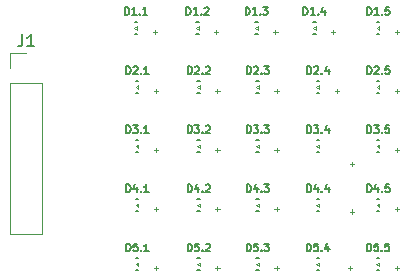
<source format=gbr>
G04 #@! TF.GenerationSoftware,KiCad,Pcbnew,9.0.1*
G04 #@! TF.CreationDate,2025-04-08T20:49:58-07:00*
G04 #@! TF.ProjectId,Bigger_Test,42696767-6572-45f5-9465-73742e6b6963,rev?*
G04 #@! TF.SameCoordinates,Original*
G04 #@! TF.FileFunction,Legend,Top*
G04 #@! TF.FilePolarity,Positive*
%FSLAX46Y46*%
G04 Gerber Fmt 4.6, Leading zero omitted, Abs format (unit mm)*
G04 Created by KiCad (PCBNEW 9.0.1) date 2025-04-08 20:49:58*
%MOMM*%
%LPD*%
G01*
G04 APERTURE LIST*
%ADD10C,0.150000*%
%ADD11C,0.120000*%
%ADD12C,0.100000*%
%ADD13C,0.200000*%
G04 APERTURE END LIST*
D10*
X78666666Y-81044819D02*
X78666666Y-81759104D01*
X78666666Y-81759104D02*
X78619047Y-81901961D01*
X78619047Y-81901961D02*
X78523809Y-81997200D01*
X78523809Y-81997200D02*
X78380952Y-82044819D01*
X78380952Y-82044819D02*
X78285714Y-82044819D01*
X79666666Y-82044819D02*
X79095238Y-82044819D01*
X79380952Y-82044819D02*
X79380952Y-81044819D01*
X79380952Y-81044819D02*
X79285714Y-81187676D01*
X79285714Y-81187676D02*
X79190476Y-81282914D01*
X79190476Y-81282914D02*
X79095238Y-81330533D01*
X107872575Y-84381876D02*
X107872575Y-83741876D01*
X107872575Y-83741876D02*
X108024956Y-83741876D01*
X108024956Y-83741876D02*
X108116385Y-83772352D01*
X108116385Y-83772352D02*
X108177337Y-83833304D01*
X108177337Y-83833304D02*
X108207814Y-83894257D01*
X108207814Y-83894257D02*
X108238290Y-84016161D01*
X108238290Y-84016161D02*
X108238290Y-84107590D01*
X108238290Y-84107590D02*
X108207814Y-84229495D01*
X108207814Y-84229495D02*
X108177337Y-84290447D01*
X108177337Y-84290447D02*
X108116385Y-84351400D01*
X108116385Y-84351400D02*
X108024956Y-84381876D01*
X108024956Y-84381876D02*
X107872575Y-84381876D01*
X108482099Y-83802828D02*
X108512575Y-83772352D01*
X108512575Y-83772352D02*
X108573528Y-83741876D01*
X108573528Y-83741876D02*
X108725909Y-83741876D01*
X108725909Y-83741876D02*
X108786861Y-83772352D01*
X108786861Y-83772352D02*
X108817337Y-83802828D01*
X108817337Y-83802828D02*
X108847814Y-83863780D01*
X108847814Y-83863780D02*
X108847814Y-83924733D01*
X108847814Y-83924733D02*
X108817337Y-84016161D01*
X108817337Y-84016161D02*
X108451623Y-84381876D01*
X108451623Y-84381876D02*
X108847814Y-84381876D01*
X109122099Y-84320923D02*
X109152576Y-84351400D01*
X109152576Y-84351400D02*
X109122099Y-84381876D01*
X109122099Y-84381876D02*
X109091623Y-84351400D01*
X109091623Y-84351400D02*
X109122099Y-84320923D01*
X109122099Y-84320923D02*
X109122099Y-84381876D01*
X109731623Y-83741876D02*
X109426861Y-83741876D01*
X109426861Y-83741876D02*
X109396385Y-84046638D01*
X109396385Y-84046638D02*
X109426861Y-84016161D01*
X109426861Y-84016161D02*
X109487814Y-83985685D01*
X109487814Y-83985685D02*
X109640195Y-83985685D01*
X109640195Y-83985685D02*
X109701147Y-84016161D01*
X109701147Y-84016161D02*
X109731623Y-84046638D01*
X109731623Y-84046638D02*
X109762100Y-84107590D01*
X109762100Y-84107590D02*
X109762100Y-84259971D01*
X109762100Y-84259971D02*
X109731623Y-84320923D01*
X109731623Y-84320923D02*
X109701147Y-84351400D01*
X109701147Y-84351400D02*
X109640195Y-84381876D01*
X109640195Y-84381876D02*
X109487814Y-84381876D01*
X109487814Y-84381876D02*
X109426861Y-84351400D01*
X109426861Y-84351400D02*
X109396385Y-84320923D01*
D11*
X110219242Y-85832960D02*
X110584957Y-85832960D01*
X110402099Y-86015817D02*
X110402099Y-85650102D01*
D10*
X92668775Y-89381876D02*
X92668775Y-88741876D01*
X92668775Y-88741876D02*
X92821156Y-88741876D01*
X92821156Y-88741876D02*
X92912585Y-88772352D01*
X92912585Y-88772352D02*
X92973537Y-88833304D01*
X92973537Y-88833304D02*
X93004014Y-88894257D01*
X93004014Y-88894257D02*
X93034490Y-89016161D01*
X93034490Y-89016161D02*
X93034490Y-89107590D01*
X93034490Y-89107590D02*
X93004014Y-89229495D01*
X93004014Y-89229495D02*
X92973537Y-89290447D01*
X92973537Y-89290447D02*
X92912585Y-89351400D01*
X92912585Y-89351400D02*
X92821156Y-89381876D01*
X92821156Y-89381876D02*
X92668775Y-89381876D01*
X93247823Y-88741876D02*
X93644014Y-88741876D01*
X93644014Y-88741876D02*
X93430680Y-88985685D01*
X93430680Y-88985685D02*
X93522109Y-88985685D01*
X93522109Y-88985685D02*
X93583061Y-89016161D01*
X93583061Y-89016161D02*
X93613537Y-89046638D01*
X93613537Y-89046638D02*
X93644014Y-89107590D01*
X93644014Y-89107590D02*
X93644014Y-89259971D01*
X93644014Y-89259971D02*
X93613537Y-89320923D01*
X93613537Y-89320923D02*
X93583061Y-89351400D01*
X93583061Y-89351400D02*
X93522109Y-89381876D01*
X93522109Y-89381876D02*
X93339252Y-89381876D01*
X93339252Y-89381876D02*
X93278299Y-89351400D01*
X93278299Y-89351400D02*
X93247823Y-89320923D01*
X93918299Y-89320923D02*
X93948776Y-89351400D01*
X93948776Y-89351400D02*
X93918299Y-89381876D01*
X93918299Y-89381876D02*
X93887823Y-89351400D01*
X93887823Y-89351400D02*
X93918299Y-89320923D01*
X93918299Y-89320923D02*
X93918299Y-89381876D01*
X94192585Y-88802828D02*
X94223061Y-88772352D01*
X94223061Y-88772352D02*
X94284014Y-88741876D01*
X94284014Y-88741876D02*
X94436395Y-88741876D01*
X94436395Y-88741876D02*
X94497347Y-88772352D01*
X94497347Y-88772352D02*
X94527823Y-88802828D01*
X94527823Y-88802828D02*
X94558300Y-88863780D01*
X94558300Y-88863780D02*
X94558300Y-88924733D01*
X94558300Y-88924733D02*
X94527823Y-89016161D01*
X94527823Y-89016161D02*
X94162109Y-89381876D01*
X94162109Y-89381876D02*
X94558300Y-89381876D01*
D11*
X95015442Y-90832960D02*
X95381157Y-90832960D01*
X95198299Y-91015817D02*
X95198299Y-90650102D01*
D10*
X97668775Y-89381876D02*
X97668775Y-88741876D01*
X97668775Y-88741876D02*
X97821156Y-88741876D01*
X97821156Y-88741876D02*
X97912585Y-88772352D01*
X97912585Y-88772352D02*
X97973537Y-88833304D01*
X97973537Y-88833304D02*
X98004014Y-88894257D01*
X98004014Y-88894257D02*
X98034490Y-89016161D01*
X98034490Y-89016161D02*
X98034490Y-89107590D01*
X98034490Y-89107590D02*
X98004014Y-89229495D01*
X98004014Y-89229495D02*
X97973537Y-89290447D01*
X97973537Y-89290447D02*
X97912585Y-89351400D01*
X97912585Y-89351400D02*
X97821156Y-89381876D01*
X97821156Y-89381876D02*
X97668775Y-89381876D01*
X98247823Y-88741876D02*
X98644014Y-88741876D01*
X98644014Y-88741876D02*
X98430680Y-88985685D01*
X98430680Y-88985685D02*
X98522109Y-88985685D01*
X98522109Y-88985685D02*
X98583061Y-89016161D01*
X98583061Y-89016161D02*
X98613537Y-89046638D01*
X98613537Y-89046638D02*
X98644014Y-89107590D01*
X98644014Y-89107590D02*
X98644014Y-89259971D01*
X98644014Y-89259971D02*
X98613537Y-89320923D01*
X98613537Y-89320923D02*
X98583061Y-89351400D01*
X98583061Y-89351400D02*
X98522109Y-89381876D01*
X98522109Y-89381876D02*
X98339252Y-89381876D01*
X98339252Y-89381876D02*
X98278299Y-89351400D01*
X98278299Y-89351400D02*
X98247823Y-89320923D01*
X98918299Y-89320923D02*
X98948776Y-89351400D01*
X98948776Y-89351400D02*
X98918299Y-89381876D01*
X98918299Y-89381876D02*
X98887823Y-89351400D01*
X98887823Y-89351400D02*
X98918299Y-89320923D01*
X98918299Y-89320923D02*
X98918299Y-89381876D01*
X99162109Y-88741876D02*
X99558300Y-88741876D01*
X99558300Y-88741876D02*
X99344966Y-88985685D01*
X99344966Y-88985685D02*
X99436395Y-88985685D01*
X99436395Y-88985685D02*
X99497347Y-89016161D01*
X99497347Y-89016161D02*
X99527823Y-89046638D01*
X99527823Y-89046638D02*
X99558300Y-89107590D01*
X99558300Y-89107590D02*
X99558300Y-89259971D01*
X99558300Y-89259971D02*
X99527823Y-89320923D01*
X99527823Y-89320923D02*
X99497347Y-89351400D01*
X99497347Y-89351400D02*
X99436395Y-89381876D01*
X99436395Y-89381876D02*
X99253538Y-89381876D01*
X99253538Y-89381876D02*
X99192585Y-89351400D01*
X99192585Y-89351400D02*
X99162109Y-89320923D01*
D11*
X100015442Y-90832960D02*
X100381157Y-90832960D01*
X100198299Y-91015817D02*
X100198299Y-90650102D01*
D10*
X97668775Y-94381876D02*
X97668775Y-93741876D01*
X97668775Y-93741876D02*
X97821156Y-93741876D01*
X97821156Y-93741876D02*
X97912585Y-93772352D01*
X97912585Y-93772352D02*
X97973537Y-93833304D01*
X97973537Y-93833304D02*
X98004014Y-93894257D01*
X98004014Y-93894257D02*
X98034490Y-94016161D01*
X98034490Y-94016161D02*
X98034490Y-94107590D01*
X98034490Y-94107590D02*
X98004014Y-94229495D01*
X98004014Y-94229495D02*
X97973537Y-94290447D01*
X97973537Y-94290447D02*
X97912585Y-94351400D01*
X97912585Y-94351400D02*
X97821156Y-94381876D01*
X97821156Y-94381876D02*
X97668775Y-94381876D01*
X98583061Y-93955209D02*
X98583061Y-94381876D01*
X98430680Y-93711400D02*
X98278299Y-94168542D01*
X98278299Y-94168542D02*
X98674490Y-94168542D01*
X98918299Y-94320923D02*
X98948776Y-94351400D01*
X98948776Y-94351400D02*
X98918299Y-94381876D01*
X98918299Y-94381876D02*
X98887823Y-94351400D01*
X98887823Y-94351400D02*
X98918299Y-94320923D01*
X98918299Y-94320923D02*
X98918299Y-94381876D01*
X99162109Y-93741876D02*
X99558300Y-93741876D01*
X99558300Y-93741876D02*
X99344966Y-93985685D01*
X99344966Y-93985685D02*
X99436395Y-93985685D01*
X99436395Y-93985685D02*
X99497347Y-94016161D01*
X99497347Y-94016161D02*
X99527823Y-94046638D01*
X99527823Y-94046638D02*
X99558300Y-94107590D01*
X99558300Y-94107590D02*
X99558300Y-94259971D01*
X99558300Y-94259971D02*
X99527823Y-94320923D01*
X99527823Y-94320923D02*
X99497347Y-94351400D01*
X99497347Y-94351400D02*
X99436395Y-94381876D01*
X99436395Y-94381876D02*
X99253538Y-94381876D01*
X99253538Y-94381876D02*
X99192585Y-94351400D01*
X99192585Y-94351400D02*
X99162109Y-94320923D01*
D11*
X100015442Y-95832960D02*
X100381157Y-95832960D01*
X100198299Y-96015817D02*
X100198299Y-95650102D01*
D10*
X107871375Y-89381876D02*
X107871375Y-88741876D01*
X107871375Y-88741876D02*
X108023756Y-88741876D01*
X108023756Y-88741876D02*
X108115185Y-88772352D01*
X108115185Y-88772352D02*
X108176137Y-88833304D01*
X108176137Y-88833304D02*
X108206614Y-88894257D01*
X108206614Y-88894257D02*
X108237090Y-89016161D01*
X108237090Y-89016161D02*
X108237090Y-89107590D01*
X108237090Y-89107590D02*
X108206614Y-89229495D01*
X108206614Y-89229495D02*
X108176137Y-89290447D01*
X108176137Y-89290447D02*
X108115185Y-89351400D01*
X108115185Y-89351400D02*
X108023756Y-89381876D01*
X108023756Y-89381876D02*
X107871375Y-89381876D01*
X108450423Y-88741876D02*
X108846614Y-88741876D01*
X108846614Y-88741876D02*
X108633280Y-88985685D01*
X108633280Y-88985685D02*
X108724709Y-88985685D01*
X108724709Y-88985685D02*
X108785661Y-89016161D01*
X108785661Y-89016161D02*
X108816137Y-89046638D01*
X108816137Y-89046638D02*
X108846614Y-89107590D01*
X108846614Y-89107590D02*
X108846614Y-89259971D01*
X108846614Y-89259971D02*
X108816137Y-89320923D01*
X108816137Y-89320923D02*
X108785661Y-89351400D01*
X108785661Y-89351400D02*
X108724709Y-89381876D01*
X108724709Y-89381876D02*
X108541852Y-89381876D01*
X108541852Y-89381876D02*
X108480899Y-89351400D01*
X108480899Y-89351400D02*
X108450423Y-89320923D01*
X109120899Y-89320923D02*
X109151376Y-89351400D01*
X109151376Y-89351400D02*
X109120899Y-89381876D01*
X109120899Y-89381876D02*
X109090423Y-89351400D01*
X109090423Y-89351400D02*
X109120899Y-89320923D01*
X109120899Y-89320923D02*
X109120899Y-89381876D01*
X109730423Y-88741876D02*
X109425661Y-88741876D01*
X109425661Y-88741876D02*
X109395185Y-89046638D01*
X109395185Y-89046638D02*
X109425661Y-89016161D01*
X109425661Y-89016161D02*
X109486614Y-88985685D01*
X109486614Y-88985685D02*
X109638995Y-88985685D01*
X109638995Y-88985685D02*
X109699947Y-89016161D01*
X109699947Y-89016161D02*
X109730423Y-89046638D01*
X109730423Y-89046638D02*
X109760900Y-89107590D01*
X109760900Y-89107590D02*
X109760900Y-89259971D01*
X109760900Y-89259971D02*
X109730423Y-89320923D01*
X109730423Y-89320923D02*
X109699947Y-89351400D01*
X109699947Y-89351400D02*
X109638995Y-89381876D01*
X109638995Y-89381876D02*
X109486614Y-89381876D01*
X109486614Y-89381876D02*
X109425661Y-89351400D01*
X109425661Y-89351400D02*
X109395185Y-89320923D01*
D11*
X110218042Y-90832960D02*
X110583757Y-90832960D01*
X110400899Y-91015817D02*
X110400899Y-90650102D01*
D10*
X87468775Y-89381876D02*
X87468775Y-88741876D01*
X87468775Y-88741876D02*
X87621156Y-88741876D01*
X87621156Y-88741876D02*
X87712585Y-88772352D01*
X87712585Y-88772352D02*
X87773537Y-88833304D01*
X87773537Y-88833304D02*
X87804014Y-88894257D01*
X87804014Y-88894257D02*
X87834490Y-89016161D01*
X87834490Y-89016161D02*
X87834490Y-89107590D01*
X87834490Y-89107590D02*
X87804014Y-89229495D01*
X87804014Y-89229495D02*
X87773537Y-89290447D01*
X87773537Y-89290447D02*
X87712585Y-89351400D01*
X87712585Y-89351400D02*
X87621156Y-89381876D01*
X87621156Y-89381876D02*
X87468775Y-89381876D01*
X88047823Y-88741876D02*
X88444014Y-88741876D01*
X88444014Y-88741876D02*
X88230680Y-88985685D01*
X88230680Y-88985685D02*
X88322109Y-88985685D01*
X88322109Y-88985685D02*
X88383061Y-89016161D01*
X88383061Y-89016161D02*
X88413537Y-89046638D01*
X88413537Y-89046638D02*
X88444014Y-89107590D01*
X88444014Y-89107590D02*
X88444014Y-89259971D01*
X88444014Y-89259971D02*
X88413537Y-89320923D01*
X88413537Y-89320923D02*
X88383061Y-89351400D01*
X88383061Y-89351400D02*
X88322109Y-89381876D01*
X88322109Y-89381876D02*
X88139252Y-89381876D01*
X88139252Y-89381876D02*
X88078299Y-89351400D01*
X88078299Y-89351400D02*
X88047823Y-89320923D01*
X88718299Y-89320923D02*
X88748776Y-89351400D01*
X88748776Y-89351400D02*
X88718299Y-89381876D01*
X88718299Y-89381876D02*
X88687823Y-89351400D01*
X88687823Y-89351400D02*
X88718299Y-89320923D01*
X88718299Y-89320923D02*
X88718299Y-89381876D01*
X89358300Y-89381876D02*
X88992585Y-89381876D01*
X89175442Y-89381876D02*
X89175442Y-88741876D01*
X89175442Y-88741876D02*
X89114490Y-88833304D01*
X89114490Y-88833304D02*
X89053538Y-88894257D01*
X89053538Y-88894257D02*
X88992585Y-88924733D01*
D11*
X89815442Y-90832960D02*
X90181157Y-90832960D01*
X89998299Y-91015817D02*
X89998299Y-90650102D01*
D10*
X97668775Y-84381876D02*
X97668775Y-83741876D01*
X97668775Y-83741876D02*
X97821156Y-83741876D01*
X97821156Y-83741876D02*
X97912585Y-83772352D01*
X97912585Y-83772352D02*
X97973537Y-83833304D01*
X97973537Y-83833304D02*
X98004014Y-83894257D01*
X98004014Y-83894257D02*
X98034490Y-84016161D01*
X98034490Y-84016161D02*
X98034490Y-84107590D01*
X98034490Y-84107590D02*
X98004014Y-84229495D01*
X98004014Y-84229495D02*
X97973537Y-84290447D01*
X97973537Y-84290447D02*
X97912585Y-84351400D01*
X97912585Y-84351400D02*
X97821156Y-84381876D01*
X97821156Y-84381876D02*
X97668775Y-84381876D01*
X98278299Y-83802828D02*
X98308775Y-83772352D01*
X98308775Y-83772352D02*
X98369728Y-83741876D01*
X98369728Y-83741876D02*
X98522109Y-83741876D01*
X98522109Y-83741876D02*
X98583061Y-83772352D01*
X98583061Y-83772352D02*
X98613537Y-83802828D01*
X98613537Y-83802828D02*
X98644014Y-83863780D01*
X98644014Y-83863780D02*
X98644014Y-83924733D01*
X98644014Y-83924733D02*
X98613537Y-84016161D01*
X98613537Y-84016161D02*
X98247823Y-84381876D01*
X98247823Y-84381876D02*
X98644014Y-84381876D01*
X98918299Y-84320923D02*
X98948776Y-84351400D01*
X98948776Y-84351400D02*
X98918299Y-84381876D01*
X98918299Y-84381876D02*
X98887823Y-84351400D01*
X98887823Y-84351400D02*
X98918299Y-84320923D01*
X98918299Y-84320923D02*
X98918299Y-84381876D01*
X99162109Y-83741876D02*
X99558300Y-83741876D01*
X99558300Y-83741876D02*
X99344966Y-83985685D01*
X99344966Y-83985685D02*
X99436395Y-83985685D01*
X99436395Y-83985685D02*
X99497347Y-84016161D01*
X99497347Y-84016161D02*
X99527823Y-84046638D01*
X99527823Y-84046638D02*
X99558300Y-84107590D01*
X99558300Y-84107590D02*
X99558300Y-84259971D01*
X99558300Y-84259971D02*
X99527823Y-84320923D01*
X99527823Y-84320923D02*
X99497347Y-84351400D01*
X99497347Y-84351400D02*
X99436395Y-84381876D01*
X99436395Y-84381876D02*
X99253538Y-84381876D01*
X99253538Y-84381876D02*
X99192585Y-84351400D01*
X99192585Y-84351400D02*
X99162109Y-84320923D01*
D11*
X100015442Y-85832960D02*
X100381157Y-85832960D01*
X100198299Y-86015817D02*
X100198299Y-85650102D01*
D10*
X102770075Y-94381876D02*
X102770075Y-93741876D01*
X102770075Y-93741876D02*
X102922456Y-93741876D01*
X102922456Y-93741876D02*
X103013885Y-93772352D01*
X103013885Y-93772352D02*
X103074837Y-93833304D01*
X103074837Y-93833304D02*
X103105314Y-93894257D01*
X103105314Y-93894257D02*
X103135790Y-94016161D01*
X103135790Y-94016161D02*
X103135790Y-94107590D01*
X103135790Y-94107590D02*
X103105314Y-94229495D01*
X103105314Y-94229495D02*
X103074837Y-94290447D01*
X103074837Y-94290447D02*
X103013885Y-94351400D01*
X103013885Y-94351400D02*
X102922456Y-94381876D01*
X102922456Y-94381876D02*
X102770075Y-94381876D01*
X103684361Y-93955209D02*
X103684361Y-94381876D01*
X103531980Y-93711400D02*
X103379599Y-94168542D01*
X103379599Y-94168542D02*
X103775790Y-94168542D01*
X104019599Y-94320923D02*
X104050076Y-94351400D01*
X104050076Y-94351400D02*
X104019599Y-94381876D01*
X104019599Y-94381876D02*
X103989123Y-94351400D01*
X103989123Y-94351400D02*
X104019599Y-94320923D01*
X104019599Y-94320923D02*
X104019599Y-94381876D01*
X104598647Y-93955209D02*
X104598647Y-94381876D01*
X104446266Y-93711400D02*
X104293885Y-94168542D01*
X104293885Y-94168542D02*
X104690076Y-94168542D01*
D11*
X106415447Y-96032960D02*
X106781162Y-96032960D01*
X106598304Y-96215817D02*
X106598304Y-95850102D01*
D10*
X87468775Y-99381876D02*
X87468775Y-98741876D01*
X87468775Y-98741876D02*
X87621156Y-98741876D01*
X87621156Y-98741876D02*
X87712585Y-98772352D01*
X87712585Y-98772352D02*
X87773537Y-98833304D01*
X87773537Y-98833304D02*
X87804014Y-98894257D01*
X87804014Y-98894257D02*
X87834490Y-99016161D01*
X87834490Y-99016161D02*
X87834490Y-99107590D01*
X87834490Y-99107590D02*
X87804014Y-99229495D01*
X87804014Y-99229495D02*
X87773537Y-99290447D01*
X87773537Y-99290447D02*
X87712585Y-99351400D01*
X87712585Y-99351400D02*
X87621156Y-99381876D01*
X87621156Y-99381876D02*
X87468775Y-99381876D01*
X88413537Y-98741876D02*
X88108775Y-98741876D01*
X88108775Y-98741876D02*
X88078299Y-99046638D01*
X88078299Y-99046638D02*
X88108775Y-99016161D01*
X88108775Y-99016161D02*
X88169728Y-98985685D01*
X88169728Y-98985685D02*
X88322109Y-98985685D01*
X88322109Y-98985685D02*
X88383061Y-99016161D01*
X88383061Y-99016161D02*
X88413537Y-99046638D01*
X88413537Y-99046638D02*
X88444014Y-99107590D01*
X88444014Y-99107590D02*
X88444014Y-99259971D01*
X88444014Y-99259971D02*
X88413537Y-99320923D01*
X88413537Y-99320923D02*
X88383061Y-99351400D01*
X88383061Y-99351400D02*
X88322109Y-99381876D01*
X88322109Y-99381876D02*
X88169728Y-99381876D01*
X88169728Y-99381876D02*
X88108775Y-99351400D01*
X88108775Y-99351400D02*
X88078299Y-99320923D01*
X88718299Y-99320923D02*
X88748776Y-99351400D01*
X88748776Y-99351400D02*
X88718299Y-99381876D01*
X88718299Y-99381876D02*
X88687823Y-99351400D01*
X88687823Y-99351400D02*
X88718299Y-99320923D01*
X88718299Y-99320923D02*
X88718299Y-99381876D01*
X89358300Y-99381876D02*
X88992585Y-99381876D01*
X89175442Y-99381876D02*
X89175442Y-98741876D01*
X89175442Y-98741876D02*
X89114490Y-98833304D01*
X89114490Y-98833304D02*
X89053538Y-98894257D01*
X89053538Y-98894257D02*
X88992585Y-98924733D01*
D11*
X89815442Y-100832960D02*
X90181157Y-100832960D01*
X89998299Y-101015817D02*
X89998299Y-100650102D01*
D10*
X107872575Y-79381876D02*
X107872575Y-78741876D01*
X107872575Y-78741876D02*
X108024956Y-78741876D01*
X108024956Y-78741876D02*
X108116385Y-78772352D01*
X108116385Y-78772352D02*
X108177337Y-78833304D01*
X108177337Y-78833304D02*
X108207814Y-78894257D01*
X108207814Y-78894257D02*
X108238290Y-79016161D01*
X108238290Y-79016161D02*
X108238290Y-79107590D01*
X108238290Y-79107590D02*
X108207814Y-79229495D01*
X108207814Y-79229495D02*
X108177337Y-79290447D01*
X108177337Y-79290447D02*
X108116385Y-79351400D01*
X108116385Y-79351400D02*
X108024956Y-79381876D01*
X108024956Y-79381876D02*
X107872575Y-79381876D01*
X108847814Y-79381876D02*
X108482099Y-79381876D01*
X108664956Y-79381876D02*
X108664956Y-78741876D01*
X108664956Y-78741876D02*
X108604004Y-78833304D01*
X108604004Y-78833304D02*
X108543052Y-78894257D01*
X108543052Y-78894257D02*
X108482099Y-78924733D01*
X109122099Y-79320923D02*
X109152576Y-79351400D01*
X109152576Y-79351400D02*
X109122099Y-79381876D01*
X109122099Y-79381876D02*
X109091623Y-79351400D01*
X109091623Y-79351400D02*
X109122099Y-79320923D01*
X109122099Y-79320923D02*
X109122099Y-79381876D01*
X109731623Y-78741876D02*
X109426861Y-78741876D01*
X109426861Y-78741876D02*
X109396385Y-79046638D01*
X109396385Y-79046638D02*
X109426861Y-79016161D01*
X109426861Y-79016161D02*
X109487814Y-78985685D01*
X109487814Y-78985685D02*
X109640195Y-78985685D01*
X109640195Y-78985685D02*
X109701147Y-79016161D01*
X109701147Y-79016161D02*
X109731623Y-79046638D01*
X109731623Y-79046638D02*
X109762100Y-79107590D01*
X109762100Y-79107590D02*
X109762100Y-79259971D01*
X109762100Y-79259971D02*
X109731623Y-79320923D01*
X109731623Y-79320923D02*
X109701147Y-79351400D01*
X109701147Y-79351400D02*
X109640195Y-79381876D01*
X109640195Y-79381876D02*
X109487814Y-79381876D01*
X109487814Y-79381876D02*
X109426861Y-79351400D01*
X109426861Y-79351400D02*
X109396385Y-79320923D01*
D11*
X110219242Y-80832960D02*
X110584957Y-80832960D01*
X110402099Y-81015817D02*
X110402099Y-80650102D01*
D10*
X92570475Y-79381876D02*
X92570475Y-78741876D01*
X92570475Y-78741876D02*
X92722856Y-78741876D01*
X92722856Y-78741876D02*
X92814285Y-78772352D01*
X92814285Y-78772352D02*
X92875237Y-78833304D01*
X92875237Y-78833304D02*
X92905714Y-78894257D01*
X92905714Y-78894257D02*
X92936190Y-79016161D01*
X92936190Y-79016161D02*
X92936190Y-79107590D01*
X92936190Y-79107590D02*
X92905714Y-79229495D01*
X92905714Y-79229495D02*
X92875237Y-79290447D01*
X92875237Y-79290447D02*
X92814285Y-79351400D01*
X92814285Y-79351400D02*
X92722856Y-79381876D01*
X92722856Y-79381876D02*
X92570475Y-79381876D01*
X93545714Y-79381876D02*
X93179999Y-79381876D01*
X93362856Y-79381876D02*
X93362856Y-78741876D01*
X93362856Y-78741876D02*
X93301904Y-78833304D01*
X93301904Y-78833304D02*
X93240952Y-78894257D01*
X93240952Y-78894257D02*
X93179999Y-78924733D01*
X93819999Y-79320923D02*
X93850476Y-79351400D01*
X93850476Y-79351400D02*
X93819999Y-79381876D01*
X93819999Y-79381876D02*
X93789523Y-79351400D01*
X93789523Y-79351400D02*
X93819999Y-79320923D01*
X93819999Y-79320923D02*
X93819999Y-79381876D01*
X94094285Y-78802828D02*
X94124761Y-78772352D01*
X94124761Y-78772352D02*
X94185714Y-78741876D01*
X94185714Y-78741876D02*
X94338095Y-78741876D01*
X94338095Y-78741876D02*
X94399047Y-78772352D01*
X94399047Y-78772352D02*
X94429523Y-78802828D01*
X94429523Y-78802828D02*
X94460000Y-78863780D01*
X94460000Y-78863780D02*
X94460000Y-78924733D01*
X94460000Y-78924733D02*
X94429523Y-79016161D01*
X94429523Y-79016161D02*
X94063809Y-79381876D01*
X94063809Y-79381876D02*
X94460000Y-79381876D01*
D11*
X94917142Y-80832960D02*
X95282857Y-80832960D01*
X95099999Y-81015817D02*
X95099999Y-80650102D01*
D10*
X92668775Y-94381876D02*
X92668775Y-93741876D01*
X92668775Y-93741876D02*
X92821156Y-93741876D01*
X92821156Y-93741876D02*
X92912585Y-93772352D01*
X92912585Y-93772352D02*
X92973537Y-93833304D01*
X92973537Y-93833304D02*
X93004014Y-93894257D01*
X93004014Y-93894257D02*
X93034490Y-94016161D01*
X93034490Y-94016161D02*
X93034490Y-94107590D01*
X93034490Y-94107590D02*
X93004014Y-94229495D01*
X93004014Y-94229495D02*
X92973537Y-94290447D01*
X92973537Y-94290447D02*
X92912585Y-94351400D01*
X92912585Y-94351400D02*
X92821156Y-94381876D01*
X92821156Y-94381876D02*
X92668775Y-94381876D01*
X93583061Y-93955209D02*
X93583061Y-94381876D01*
X93430680Y-93711400D02*
X93278299Y-94168542D01*
X93278299Y-94168542D02*
X93674490Y-94168542D01*
X93918299Y-94320923D02*
X93948776Y-94351400D01*
X93948776Y-94351400D02*
X93918299Y-94381876D01*
X93918299Y-94381876D02*
X93887823Y-94351400D01*
X93887823Y-94351400D02*
X93918299Y-94320923D01*
X93918299Y-94320923D02*
X93918299Y-94381876D01*
X94192585Y-93802828D02*
X94223061Y-93772352D01*
X94223061Y-93772352D02*
X94284014Y-93741876D01*
X94284014Y-93741876D02*
X94436395Y-93741876D01*
X94436395Y-93741876D02*
X94497347Y-93772352D01*
X94497347Y-93772352D02*
X94527823Y-93802828D01*
X94527823Y-93802828D02*
X94558300Y-93863780D01*
X94558300Y-93863780D02*
X94558300Y-93924733D01*
X94558300Y-93924733D02*
X94527823Y-94016161D01*
X94527823Y-94016161D02*
X94162109Y-94381876D01*
X94162109Y-94381876D02*
X94558300Y-94381876D01*
D11*
X95015442Y-95832960D02*
X95381157Y-95832960D01*
X95198299Y-96015817D02*
X95198299Y-95650102D01*
D10*
X97668775Y-99381876D02*
X97668775Y-98741876D01*
X97668775Y-98741876D02*
X97821156Y-98741876D01*
X97821156Y-98741876D02*
X97912585Y-98772352D01*
X97912585Y-98772352D02*
X97973537Y-98833304D01*
X97973537Y-98833304D02*
X98004014Y-98894257D01*
X98004014Y-98894257D02*
X98034490Y-99016161D01*
X98034490Y-99016161D02*
X98034490Y-99107590D01*
X98034490Y-99107590D02*
X98004014Y-99229495D01*
X98004014Y-99229495D02*
X97973537Y-99290447D01*
X97973537Y-99290447D02*
X97912585Y-99351400D01*
X97912585Y-99351400D02*
X97821156Y-99381876D01*
X97821156Y-99381876D02*
X97668775Y-99381876D01*
X98613537Y-98741876D02*
X98308775Y-98741876D01*
X98308775Y-98741876D02*
X98278299Y-99046638D01*
X98278299Y-99046638D02*
X98308775Y-99016161D01*
X98308775Y-99016161D02*
X98369728Y-98985685D01*
X98369728Y-98985685D02*
X98522109Y-98985685D01*
X98522109Y-98985685D02*
X98583061Y-99016161D01*
X98583061Y-99016161D02*
X98613537Y-99046638D01*
X98613537Y-99046638D02*
X98644014Y-99107590D01*
X98644014Y-99107590D02*
X98644014Y-99259971D01*
X98644014Y-99259971D02*
X98613537Y-99320923D01*
X98613537Y-99320923D02*
X98583061Y-99351400D01*
X98583061Y-99351400D02*
X98522109Y-99381876D01*
X98522109Y-99381876D02*
X98369728Y-99381876D01*
X98369728Y-99381876D02*
X98308775Y-99351400D01*
X98308775Y-99351400D02*
X98278299Y-99320923D01*
X98918299Y-99320923D02*
X98948776Y-99351400D01*
X98948776Y-99351400D02*
X98918299Y-99381876D01*
X98918299Y-99381876D02*
X98887823Y-99351400D01*
X98887823Y-99351400D02*
X98918299Y-99320923D01*
X98918299Y-99320923D02*
X98918299Y-99381876D01*
X99162109Y-98741876D02*
X99558300Y-98741876D01*
X99558300Y-98741876D02*
X99344966Y-98985685D01*
X99344966Y-98985685D02*
X99436395Y-98985685D01*
X99436395Y-98985685D02*
X99497347Y-99016161D01*
X99497347Y-99016161D02*
X99527823Y-99046638D01*
X99527823Y-99046638D02*
X99558300Y-99107590D01*
X99558300Y-99107590D02*
X99558300Y-99259971D01*
X99558300Y-99259971D02*
X99527823Y-99320923D01*
X99527823Y-99320923D02*
X99497347Y-99351400D01*
X99497347Y-99351400D02*
X99436395Y-99381876D01*
X99436395Y-99381876D02*
X99253538Y-99381876D01*
X99253538Y-99381876D02*
X99192585Y-99351400D01*
X99192585Y-99351400D02*
X99162109Y-99320923D01*
D11*
X100015442Y-100832960D02*
X100381157Y-100832960D01*
X100198299Y-101015817D02*
X100198299Y-100650102D01*
D10*
X102472175Y-79381876D02*
X102472175Y-78741876D01*
X102472175Y-78741876D02*
X102624556Y-78741876D01*
X102624556Y-78741876D02*
X102715985Y-78772352D01*
X102715985Y-78772352D02*
X102776937Y-78833304D01*
X102776937Y-78833304D02*
X102807414Y-78894257D01*
X102807414Y-78894257D02*
X102837890Y-79016161D01*
X102837890Y-79016161D02*
X102837890Y-79107590D01*
X102837890Y-79107590D02*
X102807414Y-79229495D01*
X102807414Y-79229495D02*
X102776937Y-79290447D01*
X102776937Y-79290447D02*
X102715985Y-79351400D01*
X102715985Y-79351400D02*
X102624556Y-79381876D01*
X102624556Y-79381876D02*
X102472175Y-79381876D01*
X103447414Y-79381876D02*
X103081699Y-79381876D01*
X103264556Y-79381876D02*
X103264556Y-78741876D01*
X103264556Y-78741876D02*
X103203604Y-78833304D01*
X103203604Y-78833304D02*
X103142652Y-78894257D01*
X103142652Y-78894257D02*
X103081699Y-78924733D01*
X103721699Y-79320923D02*
X103752176Y-79351400D01*
X103752176Y-79351400D02*
X103721699Y-79381876D01*
X103721699Y-79381876D02*
X103691223Y-79351400D01*
X103691223Y-79351400D02*
X103721699Y-79320923D01*
X103721699Y-79320923D02*
X103721699Y-79381876D01*
X104300747Y-78955209D02*
X104300747Y-79381876D01*
X104148366Y-78711400D02*
X103995985Y-79168542D01*
X103995985Y-79168542D02*
X104392176Y-79168542D01*
D11*
X104818842Y-80832960D02*
X105184557Y-80832960D01*
X105001699Y-81015817D02*
X105001699Y-80650102D01*
D10*
X87468775Y-94381876D02*
X87468775Y-93741876D01*
X87468775Y-93741876D02*
X87621156Y-93741876D01*
X87621156Y-93741876D02*
X87712585Y-93772352D01*
X87712585Y-93772352D02*
X87773537Y-93833304D01*
X87773537Y-93833304D02*
X87804014Y-93894257D01*
X87804014Y-93894257D02*
X87834490Y-94016161D01*
X87834490Y-94016161D02*
X87834490Y-94107590D01*
X87834490Y-94107590D02*
X87804014Y-94229495D01*
X87804014Y-94229495D02*
X87773537Y-94290447D01*
X87773537Y-94290447D02*
X87712585Y-94351400D01*
X87712585Y-94351400D02*
X87621156Y-94381876D01*
X87621156Y-94381876D02*
X87468775Y-94381876D01*
X88383061Y-93955209D02*
X88383061Y-94381876D01*
X88230680Y-93711400D02*
X88078299Y-94168542D01*
X88078299Y-94168542D02*
X88474490Y-94168542D01*
X88718299Y-94320923D02*
X88748776Y-94351400D01*
X88748776Y-94351400D02*
X88718299Y-94381876D01*
X88718299Y-94381876D02*
X88687823Y-94351400D01*
X88687823Y-94351400D02*
X88718299Y-94320923D01*
X88718299Y-94320923D02*
X88718299Y-94381876D01*
X89358300Y-94381876D02*
X88992585Y-94381876D01*
X89175442Y-94381876D02*
X89175442Y-93741876D01*
X89175442Y-93741876D02*
X89114490Y-93833304D01*
X89114490Y-93833304D02*
X89053538Y-93894257D01*
X89053538Y-93894257D02*
X88992585Y-93924733D01*
D11*
X89815442Y-95832960D02*
X90181157Y-95832960D01*
X89998299Y-96015817D02*
X89998299Y-95650102D01*
D10*
X92668775Y-99381876D02*
X92668775Y-98741876D01*
X92668775Y-98741876D02*
X92821156Y-98741876D01*
X92821156Y-98741876D02*
X92912585Y-98772352D01*
X92912585Y-98772352D02*
X92973537Y-98833304D01*
X92973537Y-98833304D02*
X93004014Y-98894257D01*
X93004014Y-98894257D02*
X93034490Y-99016161D01*
X93034490Y-99016161D02*
X93034490Y-99107590D01*
X93034490Y-99107590D02*
X93004014Y-99229495D01*
X93004014Y-99229495D02*
X92973537Y-99290447D01*
X92973537Y-99290447D02*
X92912585Y-99351400D01*
X92912585Y-99351400D02*
X92821156Y-99381876D01*
X92821156Y-99381876D02*
X92668775Y-99381876D01*
X93613537Y-98741876D02*
X93308775Y-98741876D01*
X93308775Y-98741876D02*
X93278299Y-99046638D01*
X93278299Y-99046638D02*
X93308775Y-99016161D01*
X93308775Y-99016161D02*
X93369728Y-98985685D01*
X93369728Y-98985685D02*
X93522109Y-98985685D01*
X93522109Y-98985685D02*
X93583061Y-99016161D01*
X93583061Y-99016161D02*
X93613537Y-99046638D01*
X93613537Y-99046638D02*
X93644014Y-99107590D01*
X93644014Y-99107590D02*
X93644014Y-99259971D01*
X93644014Y-99259971D02*
X93613537Y-99320923D01*
X93613537Y-99320923D02*
X93583061Y-99351400D01*
X93583061Y-99351400D02*
X93522109Y-99381876D01*
X93522109Y-99381876D02*
X93369728Y-99381876D01*
X93369728Y-99381876D02*
X93308775Y-99351400D01*
X93308775Y-99351400D02*
X93278299Y-99320923D01*
X93918299Y-99320923D02*
X93948776Y-99351400D01*
X93948776Y-99351400D02*
X93918299Y-99381876D01*
X93918299Y-99381876D02*
X93887823Y-99351400D01*
X93887823Y-99351400D02*
X93918299Y-99320923D01*
X93918299Y-99320923D02*
X93918299Y-99381876D01*
X94192585Y-98802828D02*
X94223061Y-98772352D01*
X94223061Y-98772352D02*
X94284014Y-98741876D01*
X94284014Y-98741876D02*
X94436395Y-98741876D01*
X94436395Y-98741876D02*
X94497347Y-98772352D01*
X94497347Y-98772352D02*
X94527823Y-98802828D01*
X94527823Y-98802828D02*
X94558300Y-98863780D01*
X94558300Y-98863780D02*
X94558300Y-98924733D01*
X94558300Y-98924733D02*
X94527823Y-99016161D01*
X94527823Y-99016161D02*
X94162109Y-99381876D01*
X94162109Y-99381876D02*
X94558300Y-99381876D01*
D11*
X95015442Y-100832960D02*
X95381157Y-100832960D01*
X95198299Y-101015817D02*
X95198299Y-100650102D01*
D10*
X107872075Y-94381876D02*
X107872075Y-93741876D01*
X107872075Y-93741876D02*
X108024456Y-93741876D01*
X108024456Y-93741876D02*
X108115885Y-93772352D01*
X108115885Y-93772352D02*
X108176837Y-93833304D01*
X108176837Y-93833304D02*
X108207314Y-93894257D01*
X108207314Y-93894257D02*
X108237790Y-94016161D01*
X108237790Y-94016161D02*
X108237790Y-94107590D01*
X108237790Y-94107590D02*
X108207314Y-94229495D01*
X108207314Y-94229495D02*
X108176837Y-94290447D01*
X108176837Y-94290447D02*
X108115885Y-94351400D01*
X108115885Y-94351400D02*
X108024456Y-94381876D01*
X108024456Y-94381876D02*
X107872075Y-94381876D01*
X108786361Y-93955209D02*
X108786361Y-94381876D01*
X108633980Y-93711400D02*
X108481599Y-94168542D01*
X108481599Y-94168542D02*
X108877790Y-94168542D01*
X109121599Y-94320923D02*
X109152076Y-94351400D01*
X109152076Y-94351400D02*
X109121599Y-94381876D01*
X109121599Y-94381876D02*
X109091123Y-94351400D01*
X109091123Y-94351400D02*
X109121599Y-94320923D01*
X109121599Y-94320923D02*
X109121599Y-94381876D01*
X109731123Y-93741876D02*
X109426361Y-93741876D01*
X109426361Y-93741876D02*
X109395885Y-94046638D01*
X109395885Y-94046638D02*
X109426361Y-94016161D01*
X109426361Y-94016161D02*
X109487314Y-93985685D01*
X109487314Y-93985685D02*
X109639695Y-93985685D01*
X109639695Y-93985685D02*
X109700647Y-94016161D01*
X109700647Y-94016161D02*
X109731123Y-94046638D01*
X109731123Y-94046638D02*
X109761600Y-94107590D01*
X109761600Y-94107590D02*
X109761600Y-94259971D01*
X109761600Y-94259971D02*
X109731123Y-94320923D01*
X109731123Y-94320923D02*
X109700647Y-94351400D01*
X109700647Y-94351400D02*
X109639695Y-94381876D01*
X109639695Y-94381876D02*
X109487314Y-94381876D01*
X109487314Y-94381876D02*
X109426361Y-94351400D01*
X109426361Y-94351400D02*
X109395885Y-94320923D01*
D11*
X110218742Y-95832960D02*
X110584457Y-95832960D01*
X110401599Y-96015817D02*
X110401599Y-95650102D01*
D10*
X87370475Y-79381876D02*
X87370475Y-78741876D01*
X87370475Y-78741876D02*
X87522856Y-78741876D01*
X87522856Y-78741876D02*
X87614285Y-78772352D01*
X87614285Y-78772352D02*
X87675237Y-78833304D01*
X87675237Y-78833304D02*
X87705714Y-78894257D01*
X87705714Y-78894257D02*
X87736190Y-79016161D01*
X87736190Y-79016161D02*
X87736190Y-79107590D01*
X87736190Y-79107590D02*
X87705714Y-79229495D01*
X87705714Y-79229495D02*
X87675237Y-79290447D01*
X87675237Y-79290447D02*
X87614285Y-79351400D01*
X87614285Y-79351400D02*
X87522856Y-79381876D01*
X87522856Y-79381876D02*
X87370475Y-79381876D01*
X88345714Y-79381876D02*
X87979999Y-79381876D01*
X88162856Y-79381876D02*
X88162856Y-78741876D01*
X88162856Y-78741876D02*
X88101904Y-78833304D01*
X88101904Y-78833304D02*
X88040952Y-78894257D01*
X88040952Y-78894257D02*
X87979999Y-78924733D01*
X88619999Y-79320923D02*
X88650476Y-79351400D01*
X88650476Y-79351400D02*
X88619999Y-79381876D01*
X88619999Y-79381876D02*
X88589523Y-79351400D01*
X88589523Y-79351400D02*
X88619999Y-79320923D01*
X88619999Y-79320923D02*
X88619999Y-79381876D01*
X89260000Y-79381876D02*
X88894285Y-79381876D01*
X89077142Y-79381876D02*
X89077142Y-78741876D01*
X89077142Y-78741876D02*
X89016190Y-78833304D01*
X89016190Y-78833304D02*
X88955238Y-78894257D01*
X88955238Y-78894257D02*
X88894285Y-78924733D01*
D11*
X89717142Y-80832960D02*
X90082857Y-80832960D01*
X89899999Y-81015817D02*
X89899999Y-80650102D01*
D10*
X102764775Y-99381876D02*
X102764775Y-98741876D01*
X102764775Y-98741876D02*
X102917156Y-98741876D01*
X102917156Y-98741876D02*
X103008585Y-98772352D01*
X103008585Y-98772352D02*
X103069537Y-98833304D01*
X103069537Y-98833304D02*
X103100014Y-98894257D01*
X103100014Y-98894257D02*
X103130490Y-99016161D01*
X103130490Y-99016161D02*
X103130490Y-99107590D01*
X103130490Y-99107590D02*
X103100014Y-99229495D01*
X103100014Y-99229495D02*
X103069537Y-99290447D01*
X103069537Y-99290447D02*
X103008585Y-99351400D01*
X103008585Y-99351400D02*
X102917156Y-99381876D01*
X102917156Y-99381876D02*
X102764775Y-99381876D01*
X103709537Y-98741876D02*
X103404775Y-98741876D01*
X103404775Y-98741876D02*
X103374299Y-99046638D01*
X103374299Y-99046638D02*
X103404775Y-99016161D01*
X103404775Y-99016161D02*
X103465728Y-98985685D01*
X103465728Y-98985685D02*
X103618109Y-98985685D01*
X103618109Y-98985685D02*
X103679061Y-99016161D01*
X103679061Y-99016161D02*
X103709537Y-99046638D01*
X103709537Y-99046638D02*
X103740014Y-99107590D01*
X103740014Y-99107590D02*
X103740014Y-99259971D01*
X103740014Y-99259971D02*
X103709537Y-99320923D01*
X103709537Y-99320923D02*
X103679061Y-99351400D01*
X103679061Y-99351400D02*
X103618109Y-99381876D01*
X103618109Y-99381876D02*
X103465728Y-99381876D01*
X103465728Y-99381876D02*
X103404775Y-99351400D01*
X103404775Y-99351400D02*
X103374299Y-99320923D01*
X104014299Y-99320923D02*
X104044776Y-99351400D01*
X104044776Y-99351400D02*
X104014299Y-99381876D01*
X104014299Y-99381876D02*
X103983823Y-99351400D01*
X103983823Y-99351400D02*
X104014299Y-99320923D01*
X104014299Y-99320923D02*
X104014299Y-99381876D01*
X104593347Y-98955209D02*
X104593347Y-99381876D01*
X104440966Y-98711400D02*
X104288585Y-99168542D01*
X104288585Y-99168542D02*
X104684776Y-99168542D01*
D11*
X106209742Y-100832960D02*
X106575457Y-100832960D01*
X106392599Y-101015817D02*
X106392599Y-100650102D01*
D10*
X102770475Y-89381876D02*
X102770475Y-88741876D01*
X102770475Y-88741876D02*
X102922856Y-88741876D01*
X102922856Y-88741876D02*
X103014285Y-88772352D01*
X103014285Y-88772352D02*
X103075237Y-88833304D01*
X103075237Y-88833304D02*
X103105714Y-88894257D01*
X103105714Y-88894257D02*
X103136190Y-89016161D01*
X103136190Y-89016161D02*
X103136190Y-89107590D01*
X103136190Y-89107590D02*
X103105714Y-89229495D01*
X103105714Y-89229495D02*
X103075237Y-89290447D01*
X103075237Y-89290447D02*
X103014285Y-89351400D01*
X103014285Y-89351400D02*
X102922856Y-89381876D01*
X102922856Y-89381876D02*
X102770475Y-89381876D01*
X103349523Y-88741876D02*
X103745714Y-88741876D01*
X103745714Y-88741876D02*
X103532380Y-88985685D01*
X103532380Y-88985685D02*
X103623809Y-88985685D01*
X103623809Y-88985685D02*
X103684761Y-89016161D01*
X103684761Y-89016161D02*
X103715237Y-89046638D01*
X103715237Y-89046638D02*
X103745714Y-89107590D01*
X103745714Y-89107590D02*
X103745714Y-89259971D01*
X103745714Y-89259971D02*
X103715237Y-89320923D01*
X103715237Y-89320923D02*
X103684761Y-89351400D01*
X103684761Y-89351400D02*
X103623809Y-89381876D01*
X103623809Y-89381876D02*
X103440952Y-89381876D01*
X103440952Y-89381876D02*
X103379999Y-89351400D01*
X103379999Y-89351400D02*
X103349523Y-89320923D01*
X104019999Y-89320923D02*
X104050476Y-89351400D01*
X104050476Y-89351400D02*
X104019999Y-89381876D01*
X104019999Y-89381876D02*
X103989523Y-89351400D01*
X103989523Y-89351400D02*
X104019999Y-89320923D01*
X104019999Y-89320923D02*
X104019999Y-89381876D01*
X104599047Y-88955209D02*
X104599047Y-89381876D01*
X104446666Y-88711400D02*
X104294285Y-89168542D01*
X104294285Y-89168542D02*
X104690476Y-89168542D01*
D11*
X106415442Y-92032960D02*
X106781157Y-92032960D01*
X106598299Y-92215817D02*
X106598299Y-91850102D01*
D10*
X87468775Y-84381876D02*
X87468775Y-83741876D01*
X87468775Y-83741876D02*
X87621156Y-83741876D01*
X87621156Y-83741876D02*
X87712585Y-83772352D01*
X87712585Y-83772352D02*
X87773537Y-83833304D01*
X87773537Y-83833304D02*
X87804014Y-83894257D01*
X87804014Y-83894257D02*
X87834490Y-84016161D01*
X87834490Y-84016161D02*
X87834490Y-84107590D01*
X87834490Y-84107590D02*
X87804014Y-84229495D01*
X87804014Y-84229495D02*
X87773537Y-84290447D01*
X87773537Y-84290447D02*
X87712585Y-84351400D01*
X87712585Y-84351400D02*
X87621156Y-84381876D01*
X87621156Y-84381876D02*
X87468775Y-84381876D01*
X88078299Y-83802828D02*
X88108775Y-83772352D01*
X88108775Y-83772352D02*
X88169728Y-83741876D01*
X88169728Y-83741876D02*
X88322109Y-83741876D01*
X88322109Y-83741876D02*
X88383061Y-83772352D01*
X88383061Y-83772352D02*
X88413537Y-83802828D01*
X88413537Y-83802828D02*
X88444014Y-83863780D01*
X88444014Y-83863780D02*
X88444014Y-83924733D01*
X88444014Y-83924733D02*
X88413537Y-84016161D01*
X88413537Y-84016161D02*
X88047823Y-84381876D01*
X88047823Y-84381876D02*
X88444014Y-84381876D01*
X88718299Y-84320923D02*
X88748776Y-84351400D01*
X88748776Y-84351400D02*
X88718299Y-84381876D01*
X88718299Y-84381876D02*
X88687823Y-84351400D01*
X88687823Y-84351400D02*
X88718299Y-84320923D01*
X88718299Y-84320923D02*
X88718299Y-84381876D01*
X89358300Y-84381876D02*
X88992585Y-84381876D01*
X89175442Y-84381876D02*
X89175442Y-83741876D01*
X89175442Y-83741876D02*
X89114490Y-83833304D01*
X89114490Y-83833304D02*
X89053538Y-83894257D01*
X89053538Y-83894257D02*
X88992585Y-83924733D01*
D11*
X89815442Y-85832960D02*
X90181157Y-85832960D01*
X89998299Y-86015817D02*
X89998299Y-85650102D01*
D10*
X107852375Y-99381876D02*
X107852375Y-98741876D01*
X107852375Y-98741876D02*
X108004756Y-98741876D01*
X108004756Y-98741876D02*
X108096185Y-98772352D01*
X108096185Y-98772352D02*
X108157137Y-98833304D01*
X108157137Y-98833304D02*
X108187614Y-98894257D01*
X108187614Y-98894257D02*
X108218090Y-99016161D01*
X108218090Y-99016161D02*
X108218090Y-99107590D01*
X108218090Y-99107590D02*
X108187614Y-99229495D01*
X108187614Y-99229495D02*
X108157137Y-99290447D01*
X108157137Y-99290447D02*
X108096185Y-99351400D01*
X108096185Y-99351400D02*
X108004756Y-99381876D01*
X108004756Y-99381876D02*
X107852375Y-99381876D01*
X108797137Y-98741876D02*
X108492375Y-98741876D01*
X108492375Y-98741876D02*
X108461899Y-99046638D01*
X108461899Y-99046638D02*
X108492375Y-99016161D01*
X108492375Y-99016161D02*
X108553328Y-98985685D01*
X108553328Y-98985685D02*
X108705709Y-98985685D01*
X108705709Y-98985685D02*
X108766661Y-99016161D01*
X108766661Y-99016161D02*
X108797137Y-99046638D01*
X108797137Y-99046638D02*
X108827614Y-99107590D01*
X108827614Y-99107590D02*
X108827614Y-99259971D01*
X108827614Y-99259971D02*
X108797137Y-99320923D01*
X108797137Y-99320923D02*
X108766661Y-99351400D01*
X108766661Y-99351400D02*
X108705709Y-99381876D01*
X108705709Y-99381876D02*
X108553328Y-99381876D01*
X108553328Y-99381876D02*
X108492375Y-99351400D01*
X108492375Y-99351400D02*
X108461899Y-99320923D01*
X109101899Y-99320923D02*
X109132376Y-99351400D01*
X109132376Y-99351400D02*
X109101899Y-99381876D01*
X109101899Y-99381876D02*
X109071423Y-99351400D01*
X109071423Y-99351400D02*
X109101899Y-99320923D01*
X109101899Y-99320923D02*
X109101899Y-99381876D01*
X109711423Y-98741876D02*
X109406661Y-98741876D01*
X109406661Y-98741876D02*
X109376185Y-99046638D01*
X109376185Y-99046638D02*
X109406661Y-99016161D01*
X109406661Y-99016161D02*
X109467614Y-98985685D01*
X109467614Y-98985685D02*
X109619995Y-98985685D01*
X109619995Y-98985685D02*
X109680947Y-99016161D01*
X109680947Y-99016161D02*
X109711423Y-99046638D01*
X109711423Y-99046638D02*
X109741900Y-99107590D01*
X109741900Y-99107590D02*
X109741900Y-99259971D01*
X109741900Y-99259971D02*
X109711423Y-99320923D01*
X109711423Y-99320923D02*
X109680947Y-99351400D01*
X109680947Y-99351400D02*
X109619995Y-99381876D01*
X109619995Y-99381876D02*
X109467614Y-99381876D01*
X109467614Y-99381876D02*
X109406661Y-99351400D01*
X109406661Y-99351400D02*
X109376185Y-99320923D01*
D11*
X110199042Y-100832960D02*
X110564757Y-100832960D01*
X110381899Y-101015817D02*
X110381899Y-100650102D01*
D10*
X102770475Y-84381876D02*
X102770475Y-83741876D01*
X102770475Y-83741876D02*
X102922856Y-83741876D01*
X102922856Y-83741876D02*
X103014285Y-83772352D01*
X103014285Y-83772352D02*
X103075237Y-83833304D01*
X103075237Y-83833304D02*
X103105714Y-83894257D01*
X103105714Y-83894257D02*
X103136190Y-84016161D01*
X103136190Y-84016161D02*
X103136190Y-84107590D01*
X103136190Y-84107590D02*
X103105714Y-84229495D01*
X103105714Y-84229495D02*
X103075237Y-84290447D01*
X103075237Y-84290447D02*
X103014285Y-84351400D01*
X103014285Y-84351400D02*
X102922856Y-84381876D01*
X102922856Y-84381876D02*
X102770475Y-84381876D01*
X103379999Y-83802828D02*
X103410475Y-83772352D01*
X103410475Y-83772352D02*
X103471428Y-83741876D01*
X103471428Y-83741876D02*
X103623809Y-83741876D01*
X103623809Y-83741876D02*
X103684761Y-83772352D01*
X103684761Y-83772352D02*
X103715237Y-83802828D01*
X103715237Y-83802828D02*
X103745714Y-83863780D01*
X103745714Y-83863780D02*
X103745714Y-83924733D01*
X103745714Y-83924733D02*
X103715237Y-84016161D01*
X103715237Y-84016161D02*
X103349523Y-84381876D01*
X103349523Y-84381876D02*
X103745714Y-84381876D01*
X104019999Y-84320923D02*
X104050476Y-84351400D01*
X104050476Y-84351400D02*
X104019999Y-84381876D01*
X104019999Y-84381876D02*
X103989523Y-84351400D01*
X103989523Y-84351400D02*
X104019999Y-84320923D01*
X104019999Y-84320923D02*
X104019999Y-84381876D01*
X104599047Y-83955209D02*
X104599047Y-84381876D01*
X104446666Y-83711400D02*
X104294285Y-84168542D01*
X104294285Y-84168542D02*
X104690476Y-84168542D01*
D11*
X105117142Y-85832960D02*
X105482857Y-85832960D01*
X105299999Y-86015817D02*
X105299999Y-85650102D01*
D10*
X92668775Y-84381876D02*
X92668775Y-83741876D01*
X92668775Y-83741876D02*
X92821156Y-83741876D01*
X92821156Y-83741876D02*
X92912585Y-83772352D01*
X92912585Y-83772352D02*
X92973537Y-83833304D01*
X92973537Y-83833304D02*
X93004014Y-83894257D01*
X93004014Y-83894257D02*
X93034490Y-84016161D01*
X93034490Y-84016161D02*
X93034490Y-84107590D01*
X93034490Y-84107590D02*
X93004014Y-84229495D01*
X93004014Y-84229495D02*
X92973537Y-84290447D01*
X92973537Y-84290447D02*
X92912585Y-84351400D01*
X92912585Y-84351400D02*
X92821156Y-84381876D01*
X92821156Y-84381876D02*
X92668775Y-84381876D01*
X93278299Y-83802828D02*
X93308775Y-83772352D01*
X93308775Y-83772352D02*
X93369728Y-83741876D01*
X93369728Y-83741876D02*
X93522109Y-83741876D01*
X93522109Y-83741876D02*
X93583061Y-83772352D01*
X93583061Y-83772352D02*
X93613537Y-83802828D01*
X93613537Y-83802828D02*
X93644014Y-83863780D01*
X93644014Y-83863780D02*
X93644014Y-83924733D01*
X93644014Y-83924733D02*
X93613537Y-84016161D01*
X93613537Y-84016161D02*
X93247823Y-84381876D01*
X93247823Y-84381876D02*
X93644014Y-84381876D01*
X93918299Y-84320923D02*
X93948776Y-84351400D01*
X93948776Y-84351400D02*
X93918299Y-84381876D01*
X93918299Y-84381876D02*
X93887823Y-84351400D01*
X93887823Y-84351400D02*
X93918299Y-84320923D01*
X93918299Y-84320923D02*
X93918299Y-84381876D01*
X94192585Y-83802828D02*
X94223061Y-83772352D01*
X94223061Y-83772352D02*
X94284014Y-83741876D01*
X94284014Y-83741876D02*
X94436395Y-83741876D01*
X94436395Y-83741876D02*
X94497347Y-83772352D01*
X94497347Y-83772352D02*
X94527823Y-83802828D01*
X94527823Y-83802828D02*
X94558300Y-83863780D01*
X94558300Y-83863780D02*
X94558300Y-83924733D01*
X94558300Y-83924733D02*
X94527823Y-84016161D01*
X94527823Y-84016161D02*
X94162109Y-84381876D01*
X94162109Y-84381876D02*
X94558300Y-84381876D01*
D11*
X95015442Y-85832960D02*
X95381157Y-85832960D01*
X95198299Y-86015817D02*
X95198299Y-85650102D01*
D10*
X97570475Y-79381876D02*
X97570475Y-78741876D01*
X97570475Y-78741876D02*
X97722856Y-78741876D01*
X97722856Y-78741876D02*
X97814285Y-78772352D01*
X97814285Y-78772352D02*
X97875237Y-78833304D01*
X97875237Y-78833304D02*
X97905714Y-78894257D01*
X97905714Y-78894257D02*
X97936190Y-79016161D01*
X97936190Y-79016161D02*
X97936190Y-79107590D01*
X97936190Y-79107590D02*
X97905714Y-79229495D01*
X97905714Y-79229495D02*
X97875237Y-79290447D01*
X97875237Y-79290447D02*
X97814285Y-79351400D01*
X97814285Y-79351400D02*
X97722856Y-79381876D01*
X97722856Y-79381876D02*
X97570475Y-79381876D01*
X98545714Y-79381876D02*
X98179999Y-79381876D01*
X98362856Y-79381876D02*
X98362856Y-78741876D01*
X98362856Y-78741876D02*
X98301904Y-78833304D01*
X98301904Y-78833304D02*
X98240952Y-78894257D01*
X98240952Y-78894257D02*
X98179999Y-78924733D01*
X98819999Y-79320923D02*
X98850476Y-79351400D01*
X98850476Y-79351400D02*
X98819999Y-79381876D01*
X98819999Y-79381876D02*
X98789523Y-79351400D01*
X98789523Y-79351400D02*
X98819999Y-79320923D01*
X98819999Y-79320923D02*
X98819999Y-79381876D01*
X99063809Y-78741876D02*
X99460000Y-78741876D01*
X99460000Y-78741876D02*
X99246666Y-78985685D01*
X99246666Y-78985685D02*
X99338095Y-78985685D01*
X99338095Y-78985685D02*
X99399047Y-79016161D01*
X99399047Y-79016161D02*
X99429523Y-79046638D01*
X99429523Y-79046638D02*
X99460000Y-79107590D01*
X99460000Y-79107590D02*
X99460000Y-79259971D01*
X99460000Y-79259971D02*
X99429523Y-79320923D01*
X99429523Y-79320923D02*
X99399047Y-79351400D01*
X99399047Y-79351400D02*
X99338095Y-79381876D01*
X99338095Y-79381876D02*
X99155238Y-79381876D01*
X99155238Y-79381876D02*
X99094285Y-79351400D01*
X99094285Y-79351400D02*
X99063809Y-79320923D01*
D11*
X99917142Y-80832960D02*
X100282857Y-80832960D01*
X100099999Y-81015817D02*
X100099999Y-80650102D01*
X77670000Y-97950000D02*
X80330000Y-97950000D01*
X77670000Y-85190000D02*
X77670000Y-97950000D01*
X80330000Y-85190000D02*
X80330000Y-97950000D01*
X77670000Y-85190000D02*
X80330000Y-85190000D01*
X77670000Y-83920000D02*
X77670000Y-82590000D01*
X77670000Y-82590000D02*
X79000000Y-82590000D01*
D12*
X108672100Y-85500000D02*
X108912100Y-85360000D01*
D13*
X108702100Y-85000000D02*
X108902100Y-85000000D01*
X108902100Y-86000000D02*
X108702100Y-86000000D01*
D12*
X108912100Y-85360000D02*
X108912100Y-85650000D01*
X108912100Y-85650000D02*
X108672100Y-85500000D01*
X93468300Y-90500000D02*
X93708300Y-90360000D01*
D13*
X93498300Y-90000000D02*
X93698300Y-90000000D01*
X93698300Y-91000000D02*
X93498300Y-91000000D01*
D12*
X93708300Y-90360000D02*
X93708300Y-90650000D01*
X93708300Y-90650000D02*
X93468300Y-90500000D01*
X98468300Y-90500000D02*
X98708300Y-90360000D01*
D13*
X98498300Y-90000000D02*
X98698300Y-90000000D01*
X98698300Y-91000000D02*
X98498300Y-91000000D01*
D12*
X98708300Y-90360000D02*
X98708300Y-90650000D01*
X98708300Y-90650000D02*
X98468300Y-90500000D01*
X98468300Y-95500000D02*
X98708300Y-95360000D01*
D13*
X98498300Y-95000000D02*
X98698300Y-95000000D01*
X98698300Y-96000000D02*
X98498300Y-96000000D01*
D12*
X98708300Y-95360000D02*
X98708300Y-95650000D01*
X98708300Y-95650000D02*
X98468300Y-95500000D01*
X108670900Y-90500000D02*
X108910900Y-90360000D01*
D13*
X108700900Y-90000000D02*
X108900900Y-90000000D01*
X108900900Y-91000000D02*
X108700900Y-91000000D01*
D12*
X108910900Y-90360000D02*
X108910900Y-90650000D01*
X108910900Y-90650000D02*
X108670900Y-90500000D01*
X88268300Y-90500000D02*
X88508300Y-90360000D01*
D13*
X88298300Y-90000000D02*
X88498300Y-90000000D01*
X88498300Y-91000000D02*
X88298300Y-91000000D01*
D12*
X88508300Y-90360000D02*
X88508300Y-90650000D01*
X88508300Y-90650000D02*
X88268300Y-90500000D01*
X98468300Y-85500000D02*
X98708300Y-85360000D01*
D13*
X98498300Y-85000000D02*
X98698300Y-85000000D01*
X98698300Y-86000000D02*
X98498300Y-86000000D01*
D12*
X98708300Y-85360000D02*
X98708300Y-85650000D01*
X98708300Y-85650000D02*
X98468300Y-85500000D01*
X103569600Y-95500000D02*
X103809600Y-95360000D01*
D13*
X103599600Y-95000000D02*
X103799600Y-95000000D01*
X103799600Y-96000000D02*
X103599600Y-96000000D01*
D12*
X103809600Y-95360000D02*
X103809600Y-95650000D01*
X103809600Y-95650000D02*
X103569600Y-95500000D01*
X88268300Y-100500000D02*
X88508300Y-100360000D01*
D13*
X88298300Y-100000000D02*
X88498300Y-100000000D01*
X88498300Y-101000000D02*
X88298300Y-101000000D01*
D12*
X88508300Y-100360000D02*
X88508300Y-100650000D01*
X88508300Y-100650000D02*
X88268300Y-100500000D01*
X108912100Y-80650000D02*
X108672100Y-80500000D01*
X108912100Y-80360000D02*
X108912100Y-80650000D01*
D13*
X108902100Y-81000000D02*
X108702100Y-81000000D01*
X108702100Y-80000000D02*
X108902100Y-80000000D01*
D12*
X108672100Y-80500000D02*
X108912100Y-80360000D01*
X93610000Y-80650000D02*
X93370000Y-80500000D01*
X93610000Y-80360000D02*
X93610000Y-80650000D01*
D13*
X93600000Y-81000000D02*
X93400000Y-81000000D01*
X93400000Y-80000000D02*
X93600000Y-80000000D01*
D12*
X93370000Y-80500000D02*
X93610000Y-80360000D01*
X93468300Y-95500000D02*
X93708300Y-95360000D01*
D13*
X93498300Y-95000000D02*
X93698300Y-95000000D01*
X93698300Y-96000000D02*
X93498300Y-96000000D01*
D12*
X93708300Y-95360000D02*
X93708300Y-95650000D01*
X93708300Y-95650000D02*
X93468300Y-95500000D01*
X98468300Y-100500000D02*
X98708300Y-100360000D01*
D13*
X98498300Y-100000000D02*
X98698300Y-100000000D01*
X98698300Y-101000000D02*
X98498300Y-101000000D01*
D12*
X98708300Y-100360000D02*
X98708300Y-100650000D01*
X98708300Y-100650000D02*
X98468300Y-100500000D01*
X103511700Y-80650000D02*
X103271700Y-80500000D01*
X103511700Y-80360000D02*
X103511700Y-80650000D01*
D13*
X103501700Y-81000000D02*
X103301700Y-81000000D01*
X103301700Y-80000000D02*
X103501700Y-80000000D01*
D12*
X103271700Y-80500000D02*
X103511700Y-80360000D01*
X88268300Y-95500000D02*
X88508300Y-95360000D01*
D13*
X88298300Y-95000000D02*
X88498300Y-95000000D01*
X88498300Y-96000000D02*
X88298300Y-96000000D01*
D12*
X88508300Y-95360000D02*
X88508300Y-95650000D01*
X88508300Y-95650000D02*
X88268300Y-95500000D01*
X93468300Y-100500000D02*
X93708300Y-100360000D01*
D13*
X93498300Y-100000000D02*
X93698300Y-100000000D01*
X93698300Y-101000000D02*
X93498300Y-101000000D01*
D12*
X93708300Y-100360000D02*
X93708300Y-100650000D01*
X93708300Y-100650000D02*
X93468300Y-100500000D01*
X108671600Y-95500000D02*
X108911600Y-95360000D01*
D13*
X108701600Y-95000000D02*
X108901600Y-95000000D01*
X108901600Y-96000000D02*
X108701600Y-96000000D01*
D12*
X108911600Y-95360000D02*
X108911600Y-95650000D01*
X108911600Y-95650000D02*
X108671600Y-95500000D01*
X88410000Y-80650000D02*
X88170000Y-80500000D01*
X88410000Y-80360000D02*
X88410000Y-80650000D01*
D13*
X88400000Y-81000000D02*
X88200000Y-81000000D01*
X88200000Y-80000000D02*
X88400000Y-80000000D01*
D12*
X88170000Y-80500000D02*
X88410000Y-80360000D01*
X103564300Y-100500000D02*
X103804300Y-100360000D01*
D13*
X103594300Y-100000000D02*
X103794300Y-100000000D01*
X103794300Y-101000000D02*
X103594300Y-101000000D01*
D12*
X103804300Y-100360000D02*
X103804300Y-100650000D01*
X103804300Y-100650000D02*
X103564300Y-100500000D01*
X103570000Y-90500000D02*
X103810000Y-90360000D01*
D13*
X103600000Y-90000000D02*
X103800000Y-90000000D01*
X103800000Y-91000000D02*
X103600000Y-91000000D01*
D12*
X103810000Y-90360000D02*
X103810000Y-90650000D01*
X103810000Y-90650000D02*
X103570000Y-90500000D01*
X88268300Y-85500000D02*
X88508300Y-85360000D01*
D13*
X88298300Y-85000000D02*
X88498300Y-85000000D01*
X88498300Y-86000000D02*
X88298300Y-86000000D01*
D12*
X88508300Y-85360000D02*
X88508300Y-85650000D01*
X88508300Y-85650000D02*
X88268300Y-85500000D01*
X108651900Y-100500000D02*
X108891900Y-100360000D01*
D13*
X108681900Y-100000000D02*
X108881900Y-100000000D01*
X108881900Y-101000000D02*
X108681900Y-101000000D01*
D12*
X108891900Y-100360000D02*
X108891900Y-100650000D01*
X108891900Y-100650000D02*
X108651900Y-100500000D01*
X103570000Y-85500000D02*
X103810000Y-85360000D01*
D13*
X103600000Y-85000000D02*
X103800000Y-85000000D01*
X103800000Y-86000000D02*
X103600000Y-86000000D01*
D12*
X103810000Y-85360000D02*
X103810000Y-85650000D01*
X103810000Y-85650000D02*
X103570000Y-85500000D01*
X93468300Y-85500000D02*
X93708300Y-85360000D01*
D13*
X93498300Y-85000000D02*
X93698300Y-85000000D01*
X93698300Y-86000000D02*
X93498300Y-86000000D01*
D12*
X93708300Y-85360000D02*
X93708300Y-85650000D01*
X93708300Y-85650000D02*
X93468300Y-85500000D01*
X98610000Y-80650000D02*
X98370000Y-80500000D01*
X98610000Y-80360000D02*
X98610000Y-80650000D01*
D13*
X98600000Y-81000000D02*
X98400000Y-81000000D01*
X98400000Y-80000000D02*
X98600000Y-80000000D01*
D12*
X98370000Y-80500000D02*
X98610000Y-80360000D01*
M02*

</source>
